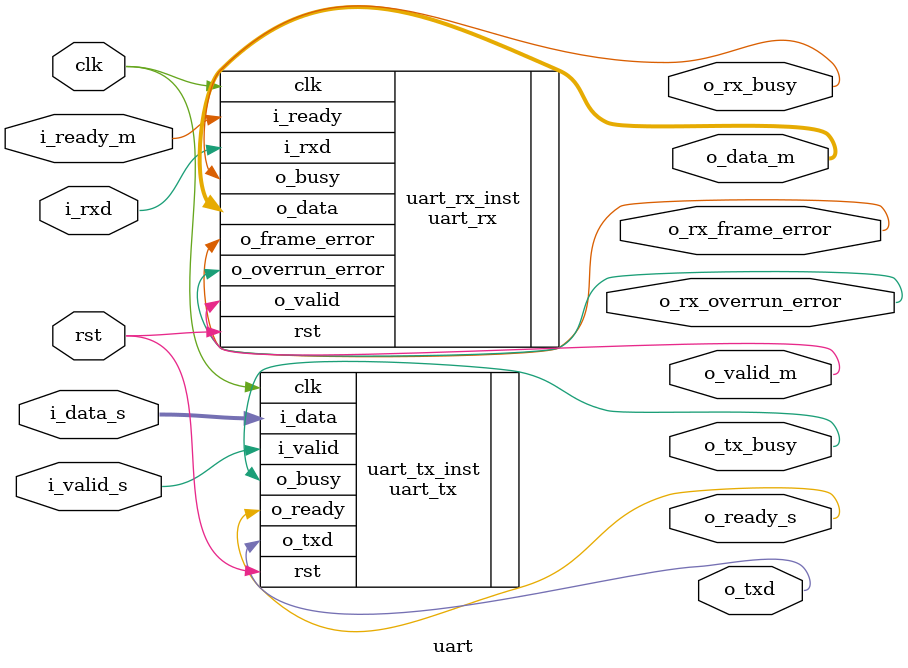
<source format=sv>
`timescale 1ns / 1ps

module uart #
(
    parameter DATA_WIDTH = 8
    , parameter CLK_HZ = 50000000
    , parameter BAUD = 115200
)
(
    input  wire  clk
    , input  wire  rst
    , input  wire [DATA_WIDTH-1:0]  i_data_s
    , input  wire  i_valid_s
    , output wire  o_ready_s
    , output wire [DATA_WIDTH-1:0]  o_data_m
    , output wire o_valid_m
    , input  wire i_ready_m
    , input  wire  i_rxd
    , output wire o_txd
    , output wire  o_tx_busy
    , output wire  o_rx_busy
    , output wire  o_rx_overrun_error
    , output wire o_rx_frame_error
);


// clocks per bit
//localparam integer CLK_HZ = 50000000;
//localparam integer BAUD   = 115200;
localparam integer DIV = (CLK_HZ / BAUD);  // 50e6/115200 ≈ 434

uart_tx #(
    .DATA_WIDTH(DATA_WIDTH),
	 .DIV(DIV)
)
uart_tx_inst (
    .clk(clk), 
    .rst(rst), 
    .i_data(i_data_s), 
    .i_valid(i_valid_s), 
    .o_ready(o_ready_s), 
    .o_txd(o_txd), 
    .o_busy(o_tx_busy)
);

uart_rx #(
    .DATA_WIDTH(DATA_WIDTH), 
	 .DIV(DIV)
)
uart_rx_inst (
    .clk(clk), 
    .rst(rst), 
    .o_data(o_data_m), 
    .o_valid(o_valid_m), 
    .i_ready(i_ready_m), 
    .i_rxd(i_rxd), 
    .o_busy(o_rx_busy), 
    .o_overrun_error(o_rx_overrun_error), 
    .o_frame_error(o_rx_frame_error)
);


endmodule
</source>
